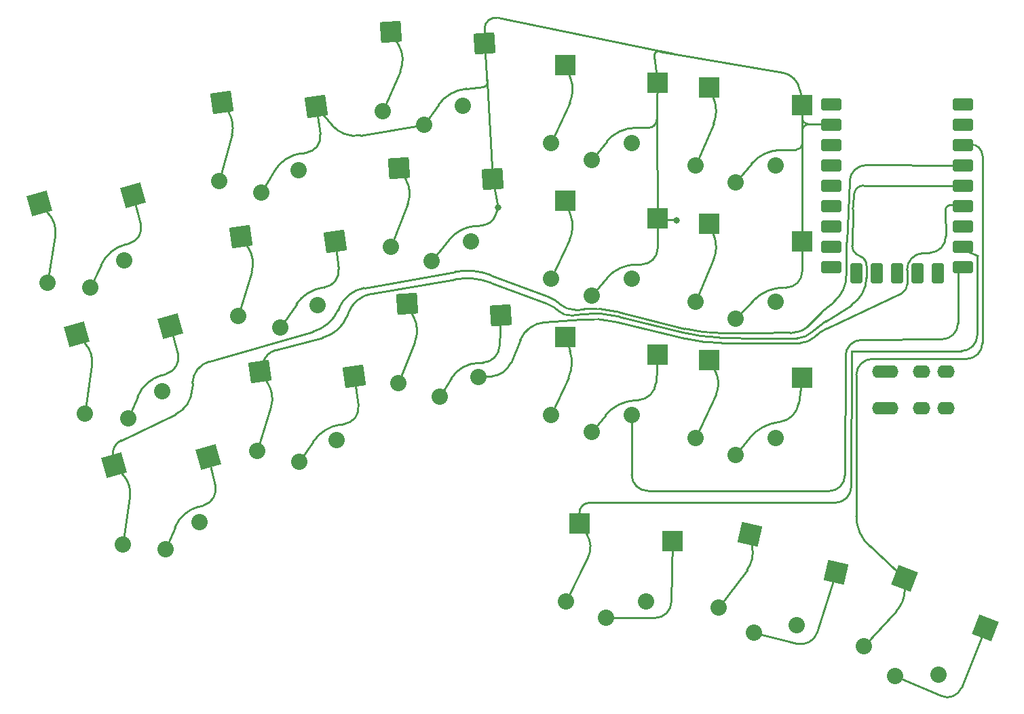
<source format=gbr>
%TF.GenerationSoftware,KiCad,Pcbnew,7.0.2-0*%
%TF.CreationDate,2023-05-15T17:52:10-04:00*%
%TF.ProjectId,mini,6d696e69-2e6b-4696-9361-645f70636258,v1.0.0*%
%TF.SameCoordinates,Original*%
%TF.FileFunction,Copper,L2,Bot*%
%TF.FilePolarity,Positive*%
%FSLAX46Y46*%
G04 Gerber Fmt 4.6, Leading zero omitted, Abs format (unit mm)*
G04 Created by KiCad (PCBNEW 7.0.2-0) date 2023-05-15 17:52:10*
%MOMM*%
%LPD*%
G01*
G04 APERTURE LIST*
G04 Aperture macros list*
%AMRoundRect*
0 Rectangle with rounded corners*
0 $1 Rounding radius*
0 $2 $3 $4 $5 $6 $7 $8 $9 X,Y pos of 4 corners*
0 Add a 4 corners polygon primitive as box body*
4,1,4,$2,$3,$4,$5,$6,$7,$8,$9,$2,$3,0*
0 Add four circle primitives for the rounded corners*
1,1,$1+$1,$2,$3*
1,1,$1+$1,$4,$5*
1,1,$1+$1,$6,$7*
1,1,$1+$1,$8,$9*
0 Add four rect primitives between the rounded corners*
20,1,$1+$1,$2,$3,$4,$5,0*
20,1,$1+$1,$4,$5,$6,$7,0*
20,1,$1+$1,$6,$7,$8,$9,0*
20,1,$1+$1,$8,$9,$2,$3,0*%
%AMRotRect*
0 Rectangle, with rotation*
0 The origin of the aperture is its center*
0 $1 length*
0 $2 width*
0 $3 Rotation angle, in degrees counterclockwise*
0 Add horizontal line*
21,1,$1,$2,0,0,$3*%
G04 Aperture macros list end*
%TA.AperFunction,ComponentPad*%
%ADD10RoundRect,0.400000X-0.900000X-0.400000X0.900000X-0.400000X0.900000X0.400000X-0.900000X0.400000X0*%
%TD*%
%TA.AperFunction,ComponentPad*%
%ADD11RoundRect,0.400050X-0.899950X-0.400050X0.899950X-0.400050X0.899950X0.400050X-0.899950X0.400050X0*%
%TD*%
%TA.AperFunction,ComponentPad*%
%ADD12RoundRect,0.400000X-0.400000X-0.900000X0.400000X-0.900000X0.400000X0.900000X-0.400000X0.900000X0*%
%TD*%
%TA.AperFunction,ComponentPad*%
%ADD13RoundRect,0.393700X-0.393700X-0.906300X0.393700X-0.906300X0.393700X0.906300X-0.393700X0.906300X0*%
%TD*%
%TA.AperFunction,ComponentPad*%
%ADD14C,2.032000*%
%TD*%
%TA.AperFunction,SMDPad,CuDef*%
%ADD15R,2.600000X2.600000*%
%TD*%
%TA.AperFunction,SMDPad,CuDef*%
%ADD16RotRect,2.600000X2.600000X16.000000*%
%TD*%
%TA.AperFunction,SMDPad,CuDef*%
%ADD17RotRect,2.600000X2.600000X339.000000*%
%TD*%
%TA.AperFunction,SMDPad,CuDef*%
%ADD18RotRect,2.600000X2.600000X8.000000*%
%TD*%
%TA.AperFunction,SMDPad,CuDef*%
%ADD19RotRect,2.600000X2.600000X347.000000*%
%TD*%
%TA.AperFunction,SMDPad,CuDef*%
%ADD20RotRect,2.600000X2.600000X4.000000*%
%TD*%
%TA.AperFunction,ComponentPad*%
%ADD21O,2.200000X1.600000*%
%TD*%
%TA.AperFunction,ViaPad*%
%ADD22C,0.800000*%
%TD*%
%TA.AperFunction,Conductor*%
%ADD23C,0.250000*%
%TD*%
G04 APERTURE END LIST*
D10*
%TO.P,RP2040Zero1,1*%
%TO.N,GP0*%
X201126574Y-50073756D03*
X201126574Y-50073756D03*
%TO.P,RP2040Zero1,2*%
%TO.N,GP1*%
X201126574Y-52613756D03*
X201126574Y-52613756D03*
%TO.P,RP2040Zero1,3*%
%TO.N,GP2*%
X201126574Y-55153756D03*
X201126574Y-55153756D03*
%TO.P,RP2040Zero1,4*%
%TO.N,GP3*%
X201126574Y-57693756D03*
X201126574Y-57693756D03*
%TO.P,RP2040Zero1,5*%
%TO.N,GP4*%
X201126574Y-60233756D03*
X201126574Y-60233756D03*
D11*
%TO.P,RP2040Zero1,6*%
%TO.N,GP5*%
X201126574Y-62773756D03*
X201126574Y-62773756D03*
%TO.P,RP2040Zero1,7*%
%TO.N,GP6*%
X201126574Y-65313756D03*
X201126574Y-65313756D03*
%TO.P,RP2040Zero1,8*%
%TO.N,GP7*%
X201126574Y-67853756D03*
X201126574Y-67853756D03*
%TO.P,RP2040Zero1,9*%
%TO.N,GP8*%
X201126574Y-70393756D03*
X201126574Y-70393756D03*
D12*
%TO.P,RP2040Zero1,10*%
%TO.N,GP9*%
X197986574Y-71203756D03*
X197986574Y-71203756D03*
D13*
%TO.P,RP2040Zero1,11*%
%TO.N,GP10*%
X195446574Y-71203756D03*
X195446574Y-71203756D03*
%TO.P,RP2040Zero1,12*%
%TO.N,GP11*%
X192906574Y-71203756D03*
X192906574Y-71203756D03*
%TO.P,RP2040Zero1,13*%
%TO.N,GP12*%
X190366574Y-71203756D03*
X190366574Y-71203756D03*
%TO.P,RP2040Zero1,14*%
%TO.N,GP13*%
X187826574Y-71203756D03*
X187826574Y-71203756D03*
D11*
%TO.P,RP2040Zero1,15*%
%TO.N,GP14*%
X184686574Y-70393756D03*
X184686574Y-70393756D03*
%TO.P,RP2040Zero1,16*%
%TO.N,GP15*%
X184686574Y-67853756D03*
X184686574Y-67853756D03*
%TO.P,RP2040Zero1,17*%
%TO.N,GP26*%
X184686574Y-65313756D03*
X184686574Y-65313756D03*
%TO.P,RP2040Zero1,18*%
%TO.N,GP27*%
X184686574Y-62773756D03*
X184686574Y-62773756D03*
%TO.P,RP2040Zero1,19*%
%TO.N,P5V*%
X184686574Y-50073756D03*
X184686574Y-50073756D03*
%TO.P,RP2040Zero1,20*%
%TO.N,GND*%
X184686574Y-52613756D03*
X184686574Y-52613756D03*
%TO.P,RP2040Zero1,21*%
%TO.N,P3V3*%
X184686574Y-55153756D03*
X184686574Y-55153756D03*
%TO.P,RP2040Zero1,22*%
%TO.N,GP28*%
X184686574Y-60233756D03*
X184686574Y-60233756D03*
%TO.P,RP2040Zero1,23*%
%TO.N,GP29*%
X184686574Y-57693756D03*
X184686574Y-57693756D03*
%TD*%
D14*
%TO.P,S30,1*%
%TO.N,GP28*%
X159746574Y-54900423D03*
X149746574Y-54900423D03*
%TO.P,S30,2*%
%TO.N,GND*%
X154746574Y-57000423D03*
X154746574Y-57000423D03*
%TD*%
D15*
%TO.P,S13,1*%
%TO.N,GP9*%
X169471574Y-81983756D03*
%TO.P,S13,2*%
%TO.N,GND*%
X181021574Y-84183756D03*
%TD*%
D14*
%TO.P,S24,1*%
%TO.N,GP26*%
X118236460Y-58313706D03*
X108333779Y-59705437D03*
%TO.P,S24,2*%
%TO.N,GND*%
X113577383Y-61089135D03*
X113577383Y-61089135D03*
%TD*%
%TO.P,S28,1*%
%TO.N,GP8*%
X159746574Y-88900423D03*
X149746574Y-88900423D03*
%TO.P,S28,2*%
%TO.N,GND*%
X154746574Y-91000423D03*
X154746574Y-91000423D03*
%TD*%
%TO.P,S25,1*%
%TO.N,GP5*%
X140661682Y-84172598D03*
X130686041Y-84870163D03*
%TO.P,S25,2*%
%TO.N,GND*%
X135820350Y-86616265D03*
X135820350Y-86616265D03*
%TD*%
D16*
%TO.P,S1,1*%
%TO.N,GP3*%
X95211826Y-95183205D03*
%TO.P,S1,2*%
%TO.N,GND*%
X106920800Y-94114370D03*
%TD*%
D14*
%TO.P,S33,1*%
%TO.N,GP29*%
X177746574Y-57733756D03*
X167746574Y-57733756D03*
%TO.P,S33,2*%
%TO.N,GND*%
X172746574Y-59833756D03*
X172746574Y-59833756D03*
%TD*%
%TO.P,S26,1*%
%TO.N,GP12*%
X139675335Y-67200057D03*
X129699694Y-67897622D03*
%TO.P,S26,2*%
%TO.N,GND*%
X134834003Y-69643724D03*
X134834003Y-69643724D03*
%TD*%
D17*
%TO.P,S18,1*%
%TO.N,GP2*%
X193860402Y-109242670D03*
%TO.P,S18,2*%
%TO.N,GND*%
X203854847Y-115435697D03*
%TD*%
D18*
%TO.P,S5,1*%
%TO.N,GP11*%
X111050997Y-66644808D03*
%TO.P,S5,2*%
%TO.N,GND*%
X122794774Y-67215948D03*
%TD*%
D19*
%TO.P,S17,1*%
%TO.N,GP6*%
X174493971Y-103799539D03*
%TO.P,S17,2*%
%TO.N,GND*%
X185253053Y-108541338D03*
%TD*%
D14*
%TO.P,S32,1*%
%TO.N,GP14*%
X177746574Y-74733756D03*
X167746574Y-74733756D03*
%TO.P,S32,2*%
%TO.N,GND*%
X172746574Y-76833756D03*
X172746574Y-76833756D03*
%TD*%
%TO.P,S23,1*%
%TO.N,GP11*%
X120602403Y-75148264D03*
X110699722Y-76539995D03*
%TO.P,S23,2*%
%TO.N,GND*%
X115943326Y-77923693D03*
X115943326Y-77923693D03*
%TD*%
%TO.P,S35,1*%
%TO.N,GP6*%
X180363610Y-115161118D03*
X170619910Y-112911607D03*
%TO.P,S35,2*%
%TO.N,GND*%
X175019363Y-116082539D03*
X175019363Y-116082539D03*
%TD*%
%TO.P,S21,1*%
%TO.N,GP15*%
X96482060Y-69591710D03*
X86869443Y-72348083D03*
%TO.P,S21,2*%
%TO.N,GND*%
X92254590Y-72988546D03*
X92254590Y-72988546D03*
%TD*%
%TO.P,S22,1*%
%TO.N,GP4*%
X122968346Y-91982821D03*
X113065665Y-93374552D03*
%TO.P,S22,2*%
%TO.N,GND*%
X118309269Y-94758250D03*
X118309269Y-94758250D03*
%TD*%
%TO.P,S34,1*%
%TO.N,GP7*%
X161546574Y-112133756D03*
X151546574Y-112133756D03*
%TO.P,S34,2*%
%TO.N,GND*%
X156546574Y-114233756D03*
X156546574Y-114233756D03*
%TD*%
%TO.P,S36,1*%
%TO.N,GP2*%
X198091693Y-121310574D03*
X188755889Y-117726895D03*
%TO.P,S36,2*%
%TO.N,GND*%
X192671218Y-121479254D03*
X192671218Y-121479254D03*
%TD*%
D15*
%TO.P,S12,1*%
%TO.N,GP28*%
X151471574Y-45150423D03*
%TO.P,S12,2*%
%TO.N,GND*%
X163021574Y-47350423D03*
%TD*%
D16*
%TO.P,S3,1*%
%TO.N,GP15*%
X85840156Y-62500307D03*
%TO.P,S3,2*%
%TO.N,GND*%
X97549130Y-61431472D03*
%TD*%
D20*
%TO.P,S8,1*%
%TO.N,GP12*%
X130740367Y-58051042D03*
%TO.P,S8,2*%
%TO.N,GND*%
X142415696Y-59439996D03*
%TD*%
D14*
%TO.P,S20,1*%
%TO.N,GP10*%
X101167895Y-85933159D03*
X91555278Y-88689532D03*
%TO.P,S20,2*%
%TO.N,GND*%
X96940425Y-89329995D03*
X96940425Y-89329995D03*
%TD*%
D20*
%TO.P,S9,1*%
%TO.N,GP27*%
X129754019Y-41078502D03*
%TO.P,S9,2*%
%TO.N,GND*%
X141429348Y-42467456D03*
%TD*%
D15*
%TO.P,S16,1*%
%TO.N,GP7*%
X153271574Y-102383756D03*
%TO.P,S16,2*%
%TO.N,GND*%
X164821574Y-104583756D03*
%TD*%
D14*
%TO.P,S31,1*%
%TO.N,GP9*%
X177746574Y-91733756D03*
X167746574Y-91733756D03*
%TO.P,S31,2*%
%TO.N,GND*%
X172746574Y-93833756D03*
X172746574Y-93833756D03*
%TD*%
D18*
%TO.P,S4,1*%
%TO.N,GP4*%
X113416940Y-83479365D03*
%TO.P,S4,2*%
%TO.N,GND*%
X125160717Y-84050505D03*
%TD*%
D21*
%TO.P,TRRS1,1*%
%TO.N,GND*%
X190846574Y-83433756D03*
X190846574Y-88033756D03*
%TO.P,TRRS1,2*%
X191946574Y-83433756D03*
X191946574Y-88033756D03*
%TO.P,TRRS1,3*%
%TO.N,P3V3*%
X195946574Y-83433756D03*
X195946574Y-88033756D03*
%TO.P,TRRS1,4*%
%TO.N,GP1*%
X198946574Y-83433756D03*
X198946574Y-88033756D03*
%TD*%
D14*
%TO.P,S19,1*%
%TO.N,GP3*%
X105853730Y-102274608D03*
X96241113Y-105030981D03*
%TO.P,S19,2*%
%TO.N,GND*%
X101626260Y-105671444D03*
X101626260Y-105671444D03*
%TD*%
D15*
%TO.P,S14,1*%
%TO.N,GP14*%
X169471574Y-64983756D03*
%TO.P,S14,2*%
%TO.N,GND*%
X181021574Y-67183756D03*
%TD*%
D14*
%TO.P,S27,1*%
%TO.N,GP27*%
X138688987Y-50227517D03*
X128713346Y-50925082D03*
%TO.P,S27,2*%
%TO.N,GND*%
X133847655Y-52671184D03*
X133847655Y-52671184D03*
%TD*%
D20*
%TO.P,S7,1*%
%TO.N,GP5*%
X131726714Y-75023583D03*
%TO.P,S7,2*%
%TO.N,GND*%
X143402043Y-76412537D03*
%TD*%
D15*
%TO.P,S10,1*%
%TO.N,GP8*%
X151471574Y-79150423D03*
%TO.P,S10,2*%
%TO.N,GND*%
X163021574Y-81350423D03*
%TD*%
D14*
%TO.P,S29,1*%
%TO.N,GP13*%
X159746574Y-71900423D03*
X149746574Y-71900423D03*
%TO.P,S29,2*%
%TO.N,GND*%
X154746574Y-74000423D03*
X154746574Y-74000423D03*
%TD*%
D15*
%TO.P,S11,1*%
%TO.N,GP13*%
X151471574Y-62150423D03*
%TO.P,S11,2*%
%TO.N,GND*%
X163021574Y-64350423D03*
%TD*%
D18*
%TO.P,S6,1*%
%TO.N,GP26*%
X108685054Y-49810250D03*
%TO.P,S6,2*%
%TO.N,GND*%
X120428831Y-50381390D03*
%TD*%
D16*
%TO.P,S2,1*%
%TO.N,GP10*%
X90525991Y-78841756D03*
%TO.P,S2,2*%
%TO.N,GND*%
X102234965Y-77772921D03*
%TD*%
D15*
%TO.P,S15,1*%
%TO.N,GP29*%
X169471574Y-47983756D03*
%TO.P,S15,2*%
%TO.N,GND*%
X181021574Y-50183756D03*
%TD*%
D22*
%TO.N,GND*%
X143091444Y-62986473D03*
X165383233Y-64595159D03*
%TD*%
D23*
%TO.N,GP3*%
X142191774Y-71400705D02*
X149313401Y-74102879D01*
X96062377Y-92056249D02*
X102879008Y-88791443D01*
X176149966Y-78658205D02*
X171020224Y-78661728D01*
X137775438Y-70988260D02*
X126396002Y-73016783D01*
X179955859Y-78576202D02*
X179547841Y-78591861D01*
X120054639Y-78454526D02*
X107089611Y-82187152D01*
X183870824Y-75698179D02*
X185013323Y-74739956D01*
X189066408Y-57675333D02*
X200526574Y-57693756D01*
X186616719Y-67305479D02*
X186958321Y-59687764D01*
X104930766Y-85677978D02*
X104963082Y-84894333D01*
X95053688Y-93899152D02*
X95211826Y-95183205D01*
X96308533Y-96354829D02*
X95211826Y-95183205D01*
X97159236Y-99112314D02*
X96241113Y-105030981D01*
X153821276Y-75640861D02*
X152646808Y-75723606D01*
X158070800Y-76012350D02*
X166421112Y-78097733D01*
X123129772Y-75801339D02*
X123305910Y-75414603D01*
X150949386Y-75121972D02*
G75*
G03*
X152646808Y-75723606I1539014J1646772D01*
G01*
X102879004Y-88791435D02*
G75*
G03*
X104930766Y-85677978I-1562604J3262535D01*
G01*
X107089614Y-82187163D02*
G75*
G03*
X104963082Y-84894333I814286J-2828437D01*
G01*
X186616718Y-67305479D02*
G75*
G03*
X186551431Y-71386520I70759482J-3173021D01*
G01*
X96062375Y-92056246D02*
G75*
G03*
X95053689Y-93899152I777325J-1622954D01*
G01*
X97159233Y-99112313D02*
G75*
G03*
X96308533Y-96354829I-3256833J505213D01*
G01*
X176149966Y-78658205D02*
G75*
G03*
X179547841Y-78591860I-61966J90219205D01*
G01*
X183870822Y-75698176D02*
G75*
G03*
X182063818Y-77527316I8840778J-10540924D01*
G01*
X158070798Y-76012360D02*
G75*
G03*
X153821276Y-75640861I-3294098J-13190140D01*
G01*
X120054641Y-78454535D02*
G75*
G03*
X123129771Y-75801339I-1343241J4665535D01*
G01*
X126395996Y-73016751D02*
G75*
G03*
X123305911Y-75414603I738304J-4141449D01*
G01*
X150949381Y-75121978D02*
G75*
G03*
X149313401Y-74102880I-3405181J-3643722D01*
G01*
X166421111Y-78097737D02*
G75*
G03*
X171020224Y-78661728I4586089J18363737D01*
G01*
X189066408Y-57675311D02*
G75*
G03*
X186958321Y-59687764I-3408J-2106789D01*
G01*
X185013333Y-74739968D02*
G75*
G03*
X186551430Y-71386520I-2766333J3298268D01*
G01*
X142191773Y-71400707D02*
G75*
G03*
X137775438Y-70988260I-2954673J-7787093D01*
G01*
X179955858Y-78576172D02*
G75*
G03*
X182063817Y-77527315I-109858J2863472D01*
G01*
%TO.N,GND*%
X141204721Y-82347799D02*
X140605758Y-82373287D01*
X164759376Y-43723991D02*
X163251015Y-43461244D01*
X156488967Y-88920027D02*
X154746574Y-91000423D01*
X141429348Y-42467456D02*
X141404562Y-40694135D01*
X174972316Y-74568872D02*
X172746574Y-76833756D01*
X181021574Y-50183756D02*
X180751358Y-48323188D01*
X164726393Y-112211215D02*
X164821574Y-104583756D01*
X181021574Y-67183756D02*
X181041898Y-70965475D01*
X102785521Y-102908679D02*
X101626260Y-105671444D01*
X143116629Y-39279448D02*
X163255474Y-43437811D01*
X162940989Y-50113429D02*
X163021574Y-47350423D01*
X162794827Y-84839920D02*
X163021574Y-81350423D01*
X141321163Y-47922240D02*
X139166829Y-48135014D01*
X96660597Y-67566218D02*
X97080368Y-67459497D01*
X162920722Y-52047187D02*
X163021574Y-64350423D01*
X181039734Y-51778284D02*
X181021574Y-50183756D01*
X181854516Y-52589542D02*
X185286574Y-52613756D01*
X178628946Y-46139980D02*
X164759376Y-43723991D01*
X181021574Y-67183756D02*
X181064518Y-54973777D01*
X120917881Y-53861161D02*
X120428831Y-50381390D01*
X178801429Y-72963216D02*
X179054865Y-72963216D01*
X142721878Y-64026395D02*
X143091444Y-62986473D01*
X105795029Y-100299100D02*
X106352367Y-100153708D01*
X123496370Y-90050647D02*
X123968824Y-89982404D01*
X160614052Y-87021212D02*
X160176783Y-87049730D01*
X181058083Y-53389434D02*
X181058389Y-53416286D01*
X141701325Y-46434608D02*
X141429348Y-42467456D01*
X142415696Y-59439996D02*
X143091444Y-62986473D01*
X93567355Y-70139876D02*
X92254590Y-72988546D01*
X120019696Y-92229320D02*
X118309269Y-94758250D01*
X180377101Y-117435039D02*
X175019363Y-116082539D01*
X125904380Y-53974705D02*
X133847655Y-52671184D01*
X156645308Y-54727177D02*
X154746574Y-57000423D01*
X182937233Y-115998916D02*
X185253053Y-108541338D01*
X160309479Y-53013499D02*
X161889305Y-53013499D01*
X98137818Y-86554980D02*
X96940425Y-89329995D01*
X119216103Y-56107471D02*
X118566198Y-56195408D01*
X123206093Y-70657489D02*
X122794774Y-67215948D01*
X141760384Y-47395246D02*
X142415696Y-59439996D01*
X163010658Y-68081754D02*
X163021574Y-64350423D01*
X181058083Y-53389434D02*
X181039734Y-51778284D01*
X103154094Y-81233540D02*
X102234965Y-77772921D01*
X136928513Y-67057098D02*
X134834003Y-69643724D01*
X125672917Y-87713630D02*
X125160717Y-84050505D01*
X162595908Y-44088970D02*
X163021574Y-47350423D01*
X122335513Y-52652297D02*
X120428831Y-50381390D01*
X180602528Y-87403449D02*
X181021574Y-84183756D01*
X156683647Y-71771811D02*
X154746574Y-74000423D01*
X98503960Y-65038256D02*
X97549130Y-61431472D01*
X174724656Y-57510139D02*
X172746574Y-59833756D01*
X198386322Y-123966349D02*
X192671218Y-121479254D01*
X121303847Y-72953429D02*
X121455453Y-72932077D01*
X137234615Y-84341781D02*
X135820350Y-86616265D01*
X143290967Y-80233273D02*
X143402043Y-76412537D01*
X178412914Y-55781682D02*
X180306268Y-55760972D01*
X101739253Y-83727783D02*
X101165615Y-83892253D01*
X181058389Y-53416286D02*
X181076126Y-54973731D01*
X141253394Y-65168279D02*
X140291603Y-65257518D01*
X117935924Y-75034486D02*
X115943326Y-77923693D01*
X141701325Y-46434608D02*
X141767156Y-47394830D01*
X163021574Y-64350423D02*
X165383233Y-64595159D01*
X133847655Y-52671184D02*
X135635389Y-50175108D01*
X162695373Y-114221161D02*
X156546574Y-114233756D01*
X107810031Y-97701471D02*
X106920800Y-94114370D01*
X174467191Y-91759528D02*
X172746574Y-93833756D01*
X115204102Y-58400833D02*
X113577383Y-61089135D01*
X178249761Y-89744322D02*
X178113190Y-89761394D01*
X200929153Y-122910315D02*
X203854847Y-115435697D01*
X162884601Y-52046809D02*
X162940989Y-50113429D01*
X161003594Y-70082955D02*
X160389217Y-70082955D01*
X160614051Y-87021192D02*
G75*
G03*
X162794826Y-84839920I-152151J2332892D01*
G01*
X121455448Y-72932043D02*
G75*
G03*
X123206092Y-70657489I-286048J2031143D01*
G01*
X141253391Y-65168247D02*
G75*
G03*
X142721877Y-64026395I-159591J1720447D01*
G01*
X180306268Y-55760930D02*
G75*
G03*
X181076125Y-54973731I-8468J778330D01*
G01*
X160176782Y-87049716D02*
G75*
G03*
X156488967Y-88920027I342118J-5245484D01*
G01*
X178412914Y-55781659D02*
G75*
G03*
X174724656Y-57510139I53786J-4914041D01*
G01*
X178113193Y-89761418D02*
G75*
G03*
X174467191Y-91759528I700407J-5603582D01*
G01*
X140605758Y-82373297D02*
G75*
G03*
X137234615Y-84341781I177642J-4175103D01*
G01*
X178249766Y-89744360D02*
G75*
G03*
X180602527Y-87403449I-336366J2690860D01*
G01*
X123496365Y-90050611D02*
G75*
G03*
X120019696Y-92229320I725235J-5020589D01*
G01*
X101739253Y-83727782D02*
G75*
G03*
X103154094Y-81233540I-564453J1968582D01*
G01*
X140291603Y-65257522D02*
G75*
G03*
X136928513Y-67057098I453697J-4890178D01*
G01*
X121303848Y-72953439D02*
G75*
G03*
X117935925Y-75034487I686952J-4877561D01*
G01*
X122335529Y-52652284D02*
G75*
G03*
X125904380Y-53974704I2945971J2473484D01*
G01*
X180751369Y-48323186D02*
G75*
G03*
X178628946Y-46139981I-2567669J-372914D01*
G01*
X162920805Y-52047186D02*
G75*
G03*
X162884602Y-52046809I-18105J-114D01*
G01*
X96660594Y-67566206D02*
G75*
G03*
X93567355Y-70139876I1151706J-4529894D01*
G01*
X97080352Y-67459435D02*
G75*
G03*
X98503960Y-65038256I-486952J1915435D01*
G01*
X161889305Y-53013523D02*
G75*
G03*
X162884600Y-52046809I-5J995723D01*
G01*
X181039692Y-51778284D02*
G75*
G03*
X181854516Y-52589542I820608J9384D01*
G01*
X160389217Y-70082956D02*
G75*
G03*
X156683647Y-71771811I-17J-4909644D01*
G01*
X143116628Y-39279453D02*
G75*
G03*
X141404563Y-40694135I-288028J-1394747D01*
G01*
X181064518Y-54973777D02*
G75*
G03*
X181058389Y-53416286I-104506918J367477D01*
G01*
X105795019Y-100299061D02*
G75*
G03*
X102785522Y-102908679I1134381J-4348339D01*
G01*
X141321160Y-47922210D02*
G75*
G03*
X141767155Y-47394830I-48760J493510D01*
G01*
X123968828Y-89982429D02*
G75*
G03*
X125672916Y-87713630I-287528J1990329D01*
G01*
X163251018Y-43461224D02*
G75*
G03*
X162595909Y-44088970I-96618J-554876D01*
G01*
X119216104Y-56107478D02*
G75*
G03*
X120917880Y-53861161I-266504J1969678D01*
G01*
X160309479Y-53013488D02*
G75*
G03*
X156645308Y-54727177I21J-4774212D01*
G01*
X181854516Y-52589552D02*
G75*
G03*
X181058084Y-53389434I-5616J-790848D01*
G01*
X141760384Y-47395246D02*
G75*
G03*
X141701325Y-46434608I-68184284J-3709754D01*
G01*
X179054865Y-72963226D02*
G75*
G03*
X181041897Y-70965475I35J1987026D01*
G01*
X139166827Y-48134990D02*
G75*
G03*
X135635389Y-50175108I485673J-4917210D01*
G01*
X101165613Y-83892244D02*
G75*
G03*
X98137818Y-86554980I1298687J-4529556D01*
G01*
X141204722Y-82347815D02*
G75*
G03*
X143290967Y-80233273I-92722J2177915D01*
G01*
X162695373Y-114221147D02*
G75*
G03*
X164726392Y-112211215I-4173J2035347D01*
G01*
X118566204Y-56195450D02*
G75*
G03*
X115204102Y-58400833I624796J-4617950D01*
G01*
X106352369Y-100153716D02*
G75*
G03*
X107810031Y-97701471I-512369J1963916D01*
G01*
X198386318Y-123966359D02*
G75*
G03*
X200929153Y-122910315I762782J1752759D01*
G01*
X163255474Y-43437811D02*
G75*
G03*
X164759376Y-43723991I9935026J48114911D01*
G01*
X141767208Y-47394826D02*
G75*
G03*
X141760384Y-47395246I-3408J-274D01*
G01*
X162940989Y-50113429D02*
G75*
G03*
X162920722Y-52047187I51752011J-1509371D01*
G01*
X161003594Y-70082966D02*
G75*
G03*
X163010657Y-68081754I6J2007066D01*
G01*
X181076082Y-54973732D02*
G75*
G03*
X181064518Y-54973777I-5782J-68D01*
G01*
X163251015Y-43461243D02*
G75*
G03*
X163255474Y-43437812I2085J11743D01*
G01*
X180377106Y-117435019D02*
G75*
G03*
X182937233Y-115998916I522294J2068919D01*
G01*
X178801429Y-72963234D02*
G75*
G03*
X174972317Y-74568873I-29J-5368566D01*
G01*
%TO.N,GP10*%
X92425649Y-82660933D02*
X91555278Y-88689532D01*
X91587046Y-79980940D02*
X90525991Y-78841756D01*
X92425609Y-82660927D02*
G75*
G03*
X91587046Y-79980940I-3217209J464527D01*
G01*
%TO.N,GP15*%
X86981586Y-63705674D02*
X85840156Y-62500307D01*
X87847093Y-66548001D02*
X86869443Y-72348083D01*
X87847124Y-66548006D02*
G75*
G03*
X86981586Y-63705674I-3282724J553306D01*
G01*
%TO.N,GP4*%
X189069002Y-71764614D02*
X189089102Y-70297312D01*
X152190119Y-76438416D02*
X153644435Y-76278595D01*
X176014246Y-79345201D02*
X170701421Y-79202762D01*
X127394908Y-73709363D02*
X137771204Y-71935271D01*
X187276501Y-67709636D02*
X187365036Y-63194377D01*
X124231556Y-76581451D02*
X124417754Y-76115958D01*
X121263340Y-79210462D02*
X115378069Y-80772602D01*
X114109471Y-84520967D02*
X114345231Y-84875561D01*
X166100324Y-78571366D02*
X158209957Y-76590657D01*
X188701656Y-60224119D02*
X200526574Y-60233756D01*
X183986410Y-77162951D02*
X187178307Y-75143328D01*
X179684118Y-79323951D02*
X180436249Y-79295067D01*
X149283365Y-75029455D02*
X142195049Y-72358955D01*
X114775841Y-87872821D02*
X113065665Y-93374552D01*
X187178275Y-75143278D02*
G75*
G03*
X189069001Y-71764614I-2172975J3434378D01*
G01*
X188701656Y-60224126D02*
G75*
G03*
X187543680Y-61209478I-956J-1171974D01*
G01*
X113793068Y-82286443D02*
G75*
G03*
X114109472Y-84520967I2494432J-786457D01*
G01*
X180436248Y-79295031D02*
G75*
G03*
X182294857Y-78497828I-108148J2817331D01*
G01*
X183986412Y-77162954D02*
G75*
G03*
X182294857Y-78497828I5552188J-8774946D01*
G01*
X150711614Y-75933193D02*
G75*
G03*
X152190119Y-76438416I1277586J1322793D01*
G01*
X121263341Y-79210464D02*
G75*
G03*
X124231555Y-76581451I-1133341J4269664D01*
G01*
X176014246Y-79345202D02*
G75*
G03*
X179684118Y-79323950I1509054J56286702D01*
G01*
X127394912Y-73709386D02*
G75*
G03*
X124417755Y-76115958I660188J-3861514D01*
G01*
X115378072Y-80772614D02*
G75*
G03*
X113793030Y-82286431I583228J-2197386D01*
G01*
X187276489Y-67709636D02*
G75*
G03*
X188179920Y-69003425I1340511J-26264D01*
G01*
X166100322Y-78571376D02*
G75*
G03*
X170701421Y-79202761I5170178J20596176D01*
G01*
X189089054Y-70297311D02*
G75*
G03*
X188179920Y-69003426I-1348954J18511D01*
G01*
X187543686Y-61209479D02*
G75*
G03*
X187365037Y-63194377I14034114J-2263621D01*
G01*
X114775812Y-87872812D02*
G75*
G03*
X114345231Y-84875561I-3365212J1046112D01*
G01*
X150711629Y-75933178D02*
G75*
G03*
X149283365Y-75029456I-2899929J-3002622D01*
G01*
X158209957Y-76590659D02*
G75*
G03*
X153644435Y-76278595I-3151557J-12554541D01*
G01*
X142195055Y-72358939D02*
G75*
G03*
X137771204Y-71935271I-2993055J-7944561D01*
G01*
%TO.N,GP11*%
X112365928Y-70974572D02*
X110699722Y-76539995D01*
X111943967Y-68023062D02*
X111050997Y-66644808D01*
X112365966Y-70974583D02*
G75*
G03*
X111943967Y-68023062I-3404366J1019183D01*
G01*
%TO.N,GP26*%
X109894919Y-53842480D02*
X108333779Y-59705437D01*
X109484690Y-51095144D02*
X108685054Y-49810250D01*
X109894892Y-53842473D02*
G75*
G03*
X109484690Y-51095144I-3378992J899773D01*
G01*
%TO.N,GP5*%
X142341021Y-84045669D02*
X140661682Y-84172598D01*
X175847939Y-79883836D02*
X170989335Y-79878564D01*
X132717751Y-79790275D02*
X130686041Y-84870163D01*
X193458135Y-73664877D02*
X184208716Y-78031928D01*
X194124736Y-70776895D02*
X194152902Y-72549023D01*
X144671582Y-82365614D02*
X145876301Y-79492432D01*
X196102516Y-68676097D02*
X196992728Y-68636532D01*
X175847939Y-79883836D02*
X179810155Y-79887721D01*
X198907449Y-63372354D02*
X198964985Y-66536790D01*
X132550286Y-76586697D02*
X131726714Y-75023583D01*
X199709514Y-62660701D02*
X200526574Y-62773756D01*
X153426414Y-76942292D02*
X148881912Y-77312415D01*
X179810155Y-79887721D02*
X180763338Y-79888557D01*
X158010055Y-77300796D02*
X166384858Y-79326958D01*
X158010058Y-77300783D02*
G75*
G03*
X153426414Y-76942292I-3407358J-14083917D01*
G01*
X148881912Y-77312413D02*
G75*
G03*
X145876301Y-79492432I290088J-3561887D01*
G01*
X196102517Y-68676115D02*
G75*
G03*
X194124736Y-70776895I91883J-2067885D01*
G01*
X132717775Y-79790285D02*
G75*
G03*
X132550286Y-76586697I-3551675J1420485D01*
G01*
X196992726Y-68636490D02*
G75*
G03*
X198964984Y-66536790I-91626J2062190D01*
G01*
X184208715Y-78031927D02*
G75*
G03*
X182535227Y-79180129I2715585J-5751573D01*
G01*
X180763338Y-79888551D02*
G75*
G03*
X182535226Y-79180128I2262J2564451D01*
G01*
X142341019Y-84045644D02*
G75*
G03*
X144671581Y-82365614I-207419J2744244D01*
G01*
X166384859Y-79326952D02*
G75*
G03*
X170989335Y-79878563I4625841J19120052D01*
G01*
X193458135Y-73664878D02*
G75*
G03*
X194152902Y-72549023I-517735J1096578D01*
G01*
X199709515Y-62660693D02*
G75*
G03*
X198907449Y-63372354I-96715J-698807D01*
G01*
%TO.N,GP12*%
X131831905Y-62488294D02*
X129699694Y-67897622D01*
X131593001Y-59491164D02*
X130740367Y-58051042D01*
X131831921Y-62488300D02*
G75*
G03*
X131593001Y-59491164I-3182421J1254400D01*
G01*
%TO.N,GP27*%
X130693730Y-42668297D02*
X129754019Y-41078502D01*
X130892526Y-45949705D02*
X128713346Y-50925082D01*
X130892548Y-45949715D02*
G75*
G03*
X130693729Y-42668297I-3302848J1446615D01*
G01*
%TO.N,GP8*%
X152053023Y-80854646D02*
X151471574Y-79150423D01*
X159770066Y-96352633D02*
X159746574Y-88900423D01*
X186456091Y-81514660D02*
X186378491Y-96397957D01*
X188471293Y-79497087D02*
X198473868Y-79433173D01*
X200489299Y-77415561D02*
X200526574Y-70393756D01*
X184366599Y-98396020D02*
X161778373Y-98357993D01*
X151888193Y-84197626D02*
X149746574Y-88900423D01*
X188471292Y-79497006D02*
G75*
G03*
X186456091Y-81514660I13008J-2028194D01*
G01*
X198473868Y-79433186D02*
G75*
G03*
X200489298Y-77415561I-12968J2028386D01*
G01*
X184366599Y-98396015D02*
G75*
G03*
X186378491Y-96397957I3401J2008515D01*
G01*
X159770115Y-96352633D02*
G75*
G03*
X161778373Y-98357992I2011685J6333D01*
G01*
X151888173Y-84197617D02*
G75*
G03*
X152053023Y-80854646I-4126073J1879017D01*
G01*
%TO.N,GP13*%
X152001672Y-67062763D02*
X149746574Y-71900423D01*
X152111037Y-63803397D02*
X151471574Y-62150423D01*
X152001672Y-67062763D02*
G75*
G03*
X152111037Y-63803397I-3771372J1758063D01*
G01*
%TO.N,GP28*%
X152041089Y-49873326D02*
X149746574Y-54900423D01*
X152111037Y-46734744D02*
X151471574Y-45150423D01*
X152041120Y-49873340D02*
G75*
G03*
X152111037Y-46734744I-3616520J1650640D01*
G01*
%TO.N,GP9*%
X170219219Y-83431590D02*
X169471574Y-81983756D01*
X170273967Y-86354244D02*
X167746574Y-91733756D01*
X170274003Y-86354261D02*
G75*
G03*
X170219219Y-83431590I-2992203J1405761D01*
G01*
%TO.N,GP14*%
X169983368Y-69496689D02*
X167746574Y-74733756D01*
X170045177Y-66496369D02*
X169471574Y-64983756D01*
X169983344Y-69496679D02*
G75*
G03*
X170045177Y-66496369I-3691944J1576879D01*
G01*
%TO.N,GP29*%
X170045177Y-49485730D02*
X169471574Y-47983756D01*
X169988959Y-52466986D02*
X167746574Y-57733756D01*
X169988942Y-52466979D02*
G75*
G03*
X170045176Y-49485730I-3664642J1560279D01*
G01*
%TO.N,GP7*%
X154502654Y-99833307D02*
X185155929Y-99833307D01*
X153271574Y-102383756D02*
X154171315Y-103784022D01*
X202890129Y-78889567D02*
X202882708Y-69023669D01*
X153249405Y-101108531D02*
X153271574Y-102383756D01*
X202845207Y-68964179D02*
X200526574Y-67853756D01*
X202920147Y-69000068D02*
X202957617Y-69018013D01*
X154318217Y-106668712D02*
X151546574Y-112133756D01*
X200890236Y-80899343D02*
X187252130Y-80956315D01*
X202845207Y-68964179D02*
X202920147Y-69000068D01*
X187216097Y-80992386D02*
X187216322Y-80920545D01*
X187216322Y-80920545D02*
X187216435Y-80884625D01*
X187216097Y-80992386D02*
X187163474Y-97832024D01*
X185155929Y-99833383D02*
G75*
G03*
X187163473Y-97832024I-29J2007583D01*
G01*
X154502654Y-99833215D02*
G75*
G03*
X153249405Y-101108531I46J-1253485D01*
G01*
X202920195Y-68999968D02*
G75*
G03*
X202882708Y-69023669I-11295J-23632D01*
G01*
X200890236Y-80899411D02*
G75*
G03*
X202890128Y-78889567I-8436J2008311D01*
G01*
X187216385Y-80920545D02*
G75*
G03*
X187252130Y-80956315I35615J-155D01*
G01*
X154318236Y-106668722D02*
G75*
G03*
X154171315Y-103784022I-2591136J1314122D01*
G01*
X187252130Y-80956297D02*
G75*
G03*
X187216097Y-80992386I170J-36203D01*
G01*
X202882695Y-69023669D02*
G75*
G03*
X202845207Y-68964179I-65995J-31D01*
G01*
%TO.N,GP6*%
X174811275Y-105372236D02*
X174493971Y-103799539D01*
X174161331Y-108224967D02*
X170619910Y-112911607D01*
X174161333Y-108224968D02*
G75*
G03*
X174811274Y-105372236I-2842733J2148068D01*
G01*
%TO.N,GP2*%
X189462232Y-105259559D02*
X193860402Y-109242670D01*
X192797683Y-113368946D02*
X188755889Y-117726895D01*
X201536091Y-81878003D02*
X189800024Y-81878003D01*
X203536090Y-56519421D02*
X203536090Y-79878004D01*
X187800026Y-101511675D02*
X187800026Y-83878001D01*
X202031332Y-55083387D02*
X200526574Y-55153756D01*
X193842371Y-110752327D02*
X193860402Y-109242670D01*
X192797649Y-113368915D02*
G75*
G03*
X193842370Y-110752327I-2871649J2663415D01*
G01*
X201536091Y-81877990D02*
G75*
G03*
X203536090Y-79878004I9J1999990D01*
G01*
X203536082Y-56519421D02*
G75*
G03*
X202031332Y-55083388I-1437582J21D01*
G01*
X189800024Y-81878026D02*
G75*
G03*
X187800026Y-83878001I-24J-1999974D01*
G01*
X187800036Y-101511675D02*
G75*
G03*
X189462232Y-105259559I5056364J-25D01*
G01*
%TD*%
M02*

</source>
